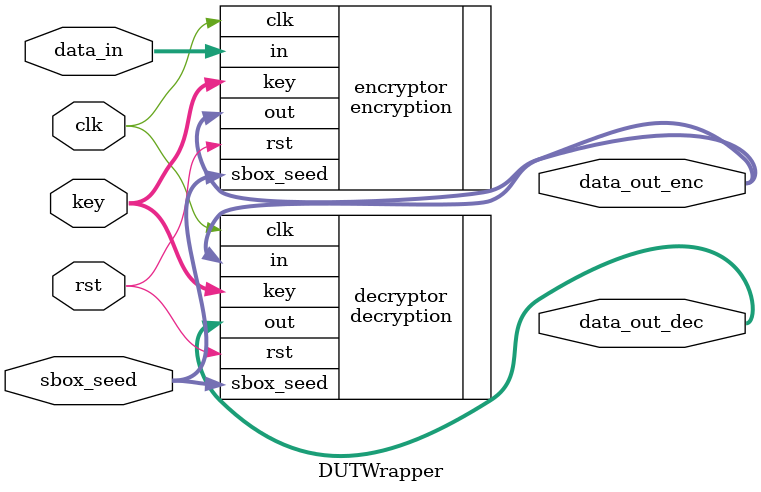
<source format=sv>
`include "keyExpansion.v"
`include "addRoundKey.v"
`include "chacha20_prng.v"
`include "encryption.v"
`include "decryption.v"

module DUTWrapper(
  	input clk,
  	input rst,
    input [255:0] key,
    input [127:0] data_in,
    output[127:0] data_out_enc,
    output[127:0] data_out_dec,
  	input [255:0] sbox_seed
);
   
    encryption encryptor(
    .clk(clk),
    .rst(rst),
    .in(data_in),
    .sbox_seed(sbox_seed),
    .key(key),
      .out(data_out_enc)
    );
    
    decryption decryptor(
    .clk(clk),
    .rst(rst), 
    .in(data_out_enc),
    .sbox_seed(sbox_seed),
    .key(key),
    .out(data_out_dec)
    );

endmodule
</source>
